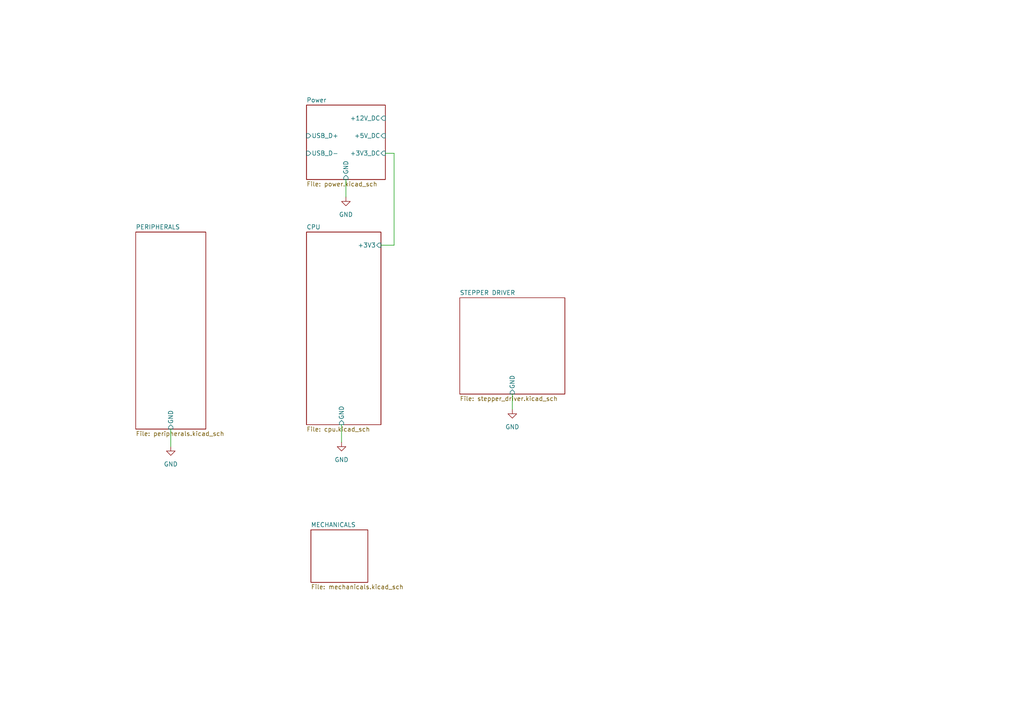
<source format=kicad_sch>
(kicad_sch (version 20230121) (generator eeschema)
  (paper "A4")
  (title_block (title "MR_SLDR") (date "2023-05-15") (rev "A") (comment 1 "schematic for project of slider controlled by WEB bluetooth application"))
  (lib_symbols
    (symbol "power:GND" (power) (pin_names (offset 0))
      (property "Value" "GND" (at 0 -3.81 0))
      (symbol "GND_0_1"
        (polyline (pts (xy 0 0) (xy 0 -1.27) (xy 1.27 -1.27) (xy 0 -2.54) (xy -1.27 -1.27) (xy 0 -1.27)))
      )
      (symbol "GND_1_1"
        (pin power_in line (at 0 0 270) (length 0) hide (name "GND") (number "1"))
      )
    )
  )
  (wire (pts (xy 110.49 71.12) (xy 114.3 71.12)))
  (wire (pts (xy 99.06 123.19) (xy 99.06 128.27)))
  (wire (pts (xy 49.53 124.46) (xy 49.53 129.54)))
  (wire (pts (xy 114.3 71.12) (xy 114.3 44.45)))
  (wire (pts (xy 148.59 114.3) (xy 148.59 118.745)))
  (wire (pts (xy 100.33 52.07) (xy 100.33 57.15)))
  (wire (pts (xy 114.3 44.45) (xy 111.76 44.45)))
  (symbol (lib_id "power:GND") (at 49.53 129.54 0) (unit 1)
    (property "Reference" "#PWR07" (effects hide))
    (property "Value" "GND" (at 49.53 134.62 0))
  )
  (symbol (lib_id "power:GND") (at 100.33 57.15 0) (unit 1)
    (property "Reference" "#PWR05" (effects hide))
    (property "Value" "GND" (at 100.33 62.23 0))
  )
  (symbol (lib_id "power:GND") (at 99.06 128.27 0) (unit 1)
    (property "Reference" "#PWR06" (effects hide))
    (property "Value" "GND" (at 99.06 133.35 0))
  )
  (symbol (lib_id "power:GND") (at 148.59 118.745 0) (unit 1)
    (property "Reference" "#PWR08" (effects hide))
    (property "Value" "GND" (at 148.59 123.825 0))
  )
  (sheet (at 90.17 153.67) (size 16.51 15.24) (stroke (width 0.1524))
    (property "Sheetname" "MECHANICALS" (at 90.17 152.9584 0) (effects (justify left bottom)))
    (property "Sheetfile" "mechanicals.kicad_sch" (at 90.17 169.4946 0) (effects (justify left top)))
  )
  (sheet (at 133.35 86.36) (size 30.48 27.94) (stroke (width 0.1524))
    (property "Sheetname" "STEPPER DRIVER" (at 133.35 85.6484 0) (effects (justify left bottom)))
    (property "Sheetfile" "stepper_driver.kicad_sch" (at 133.35 114.8846 0) (effects (justify left top)))
    (pin "GND" input (at 148.59 114.3 270))
  )
  (sheet (at 39.37 67.31) (size 20.32 57.15) (stroke (width 0.1524))
    (property "Sheetname" "PERIPHERALS" (at 39.37 66.5984 0) (effects (justify left bottom)))
    (property "Sheetfile" "peripherals.kicad_sch" (at 39.37 125.0446 0) (effects (justify left top)))
    (pin "GND" input (at 49.53 124.46 270))
  )
  (sheet (at 88.9 30.48) (size 22.86 21.59) (stroke (width 0.1524))
    (property "Sheetname" "Power" (at 88.9 29.7684 0) (effects (justify left bottom)))
    (property "Sheetfile" "power.kicad_sch" (at 88.9 52.6546 0) (effects (justify left top)))
    (pin "GND" input (at 100.33 52.07 270))
    (pin "+12V_DC" input (at 111.76 34.29 0))
    (pin "+3V3_DC" input (at 111.76 44.45 0))
    (pin "+5V_DC" input (at 111.76 39.37 0))
    (pin "USB_D+" input (at 88.9 39.37 180))
    (pin "USB_D-" input (at 88.9 44.45 180))
  )
  (sheet (at 88.9 67.31) (size 21.59 55.88) (stroke (width 0.1524))
    (property "Sheetname" "CPU" (at 88.9 66.5984 0) (effects (justify left bottom)))
    (property "Sheetfile" "cpu.kicad_sch" (at 88.9 123.7746 0) (effects (justify left top)))
    (pin "+3V3" input (at 110.49 71.12 0))
    (pin "GND" input (at 99.06 123.19 270))
  )
)
</source>
